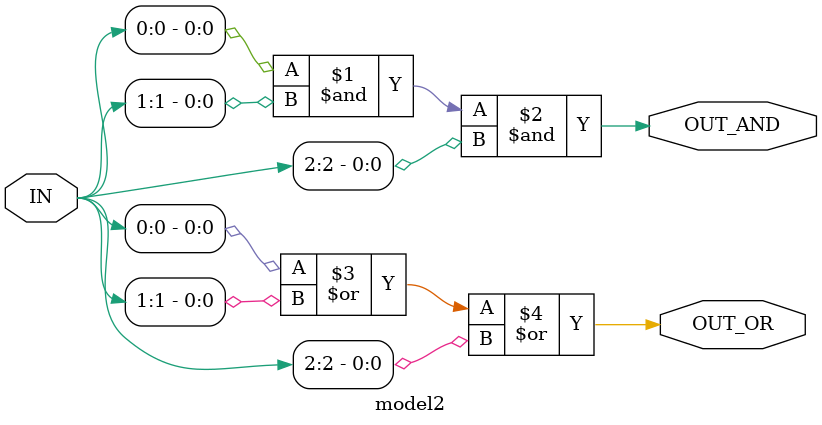
<source format=v>
module model2(
    input [2:0] IN,
    output OUT_AND,
    output OUT_OR
);

assign OUT_AND = IN[0] & IN[1] & IN[2];
assign OUT_OR = IN[0] | IN[1] | IN[2];

endmodule
</source>
